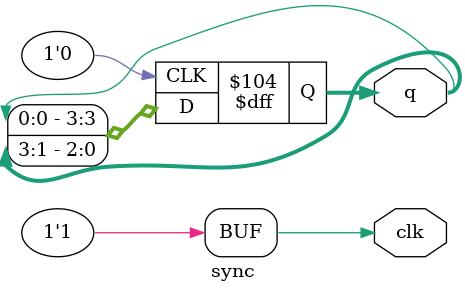
<source format=v>
`timescale 1ns / 1ps


 module sync(
output reg clk,
output reg[3:0]q
    );
     initial
    begin
    repeat(100)
     begin
        clk=0;#30
        clk=~clk;#20;
     end
    end
    initial
    begin
    q<=4'b1000;
    end
    always@(posedge clk)
    begin
    q[3]<=q[0];
    q[2]<=q[3];
    q[1]<=q[2];
    q[0]<=q[1];
    end
    
endmodule

</source>
